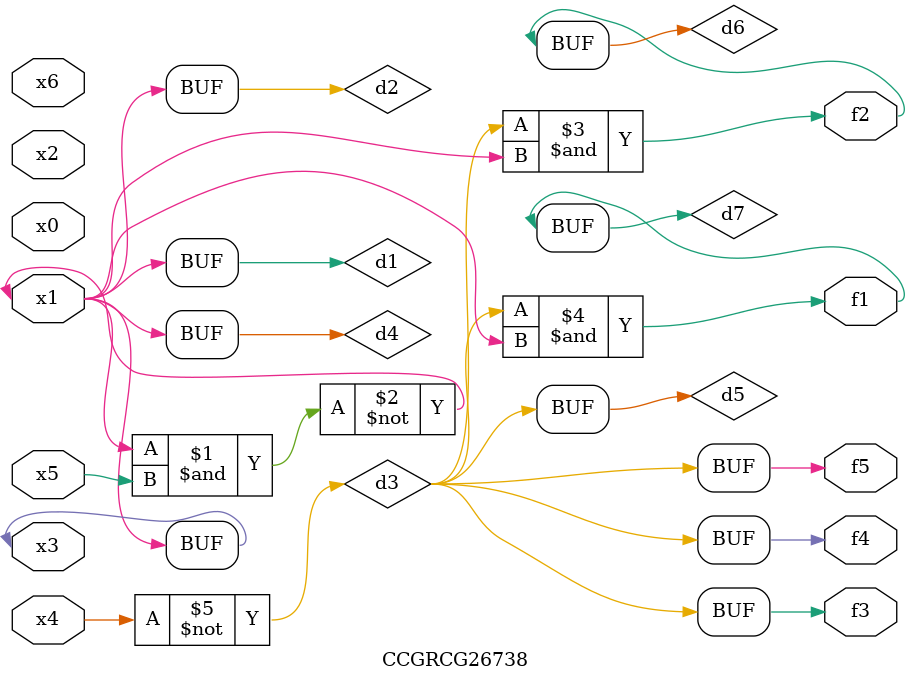
<source format=v>
module CCGRCG26738(
	input x0, x1, x2, x3, x4, x5, x6,
	output f1, f2, f3, f4, f5
);

	wire d1, d2, d3, d4, d5, d6, d7;

	buf (d1, x1, x3);
	nand (d2, x1, x5);
	not (d3, x4);
	buf (d4, d1, d2);
	buf (d5, d3);
	and (d6, d3, d4);
	and (d7, d3, d4);
	assign f1 = d7;
	assign f2 = d6;
	assign f3 = d5;
	assign f4 = d5;
	assign f5 = d5;
endmodule

</source>
